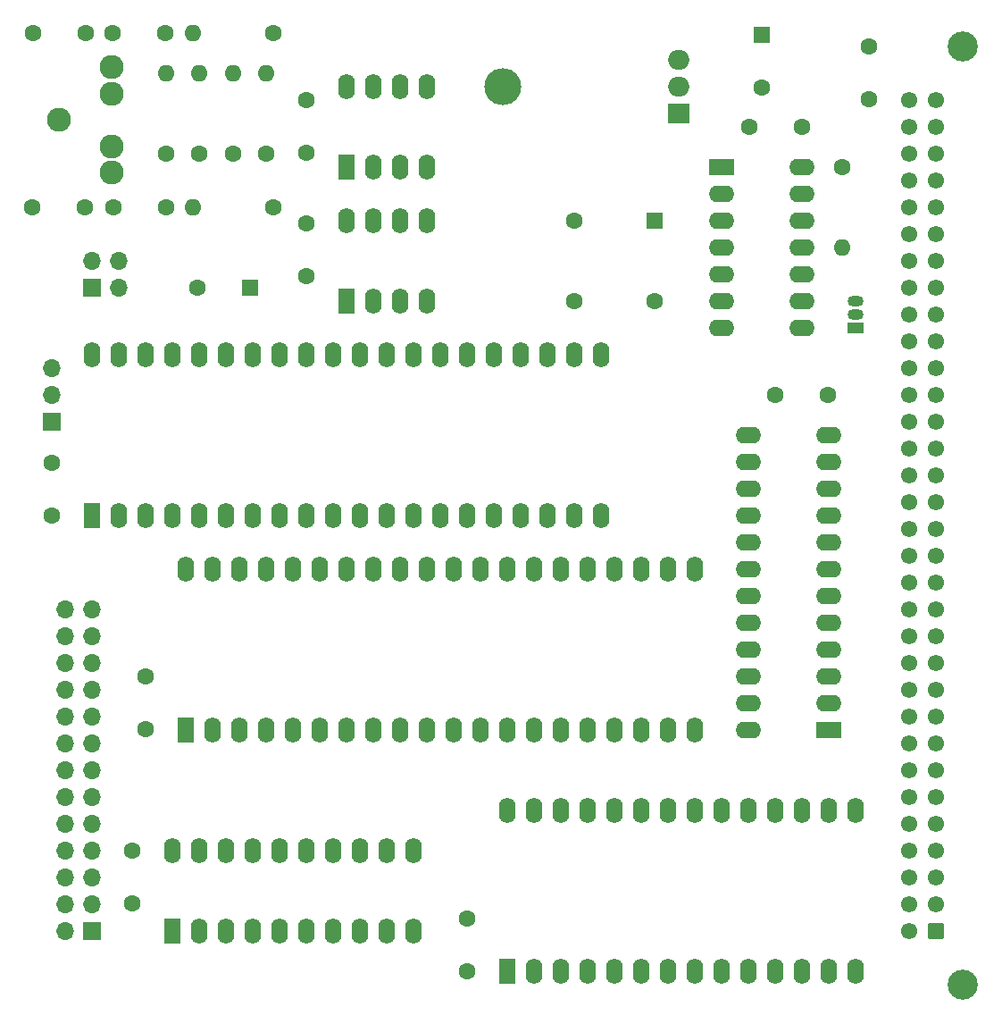
<source format=gbs>
%TF.GenerationSoftware,KiCad,Pcbnew,8.0.6+1*%
%TF.CreationDate,2024-11-11T20:47:58+01:00*%
%TF.ProjectId,QL_Qsound2,514c5f51-736f-4756-9e64-322e6b696361,2*%
%TF.SameCoordinates,Original*%
%TF.FileFunction,Soldermask,Bot*%
%TF.FilePolarity,Negative*%
%FSLAX46Y46*%
G04 Gerber Fmt 4.6, Leading zero omitted, Abs format (unit mm)*
G04 Created by KiCad (PCBNEW 8.0.6+1) date 2024-11-11 20:47:58*
%MOMM*%
%LPD*%
G01*
G04 APERTURE LIST*
G04 Aperture macros list*
%AMRoundRect*
0 Rectangle with rounded corners*
0 $1 Rounding radius*
0 $2 $3 $4 $5 $6 $7 $8 $9 X,Y pos of 4 corners*
0 Add a 4 corners polygon primitive as box body*
4,1,4,$2,$3,$4,$5,$6,$7,$8,$9,$2,$3,0*
0 Add four circle primitives for the rounded corners*
1,1,$1+$1,$2,$3*
1,1,$1+$1,$4,$5*
1,1,$1+$1,$6,$7*
1,1,$1+$1,$8,$9*
0 Add four rect primitives between the rounded corners*
20,1,$1+$1,$2,$3,$4,$5,0*
20,1,$1+$1,$4,$5,$6,$7,0*
20,1,$1+$1,$6,$7,$8,$9,0*
20,1,$1+$1,$8,$9,$2,$3,0*%
G04 Aperture macros list end*
%ADD10R,1.600000X2.400000*%
%ADD11O,1.600000X2.400000*%
%ADD12C,1.600000*%
%ADD13R,1.500000X1.050000*%
%ADD14O,1.500000X1.050000*%
%ADD15O,1.600000X1.600000*%
%ADD16R,1.700000X1.700000*%
%ADD17O,1.700000X1.700000*%
%ADD18C,2.286000*%
%ADD19R,1.600000X1.600000*%
%ADD20R,2.400000X1.600000*%
%ADD21O,2.400000X1.600000*%
%ADD22O,3.500000X3.500000*%
%ADD23R,2.000000X1.905000*%
%ADD24O,2.000000X1.905000*%
%ADD25C,2.850000*%
%ADD26RoundRect,0.249999X0.525001X-0.525001X0.525001X0.525001X-0.525001X0.525001X-0.525001X-0.525001X0*%
%ADD27C,1.550000*%
G04 APERTURE END LIST*
D10*
%TO.C,U9*%
X134620000Y-72390000D03*
D11*
X137160000Y-72390000D03*
X139700000Y-72390000D03*
X142240000Y-72390000D03*
X142240000Y-64770000D03*
X139700000Y-64770000D03*
X137160000Y-64770000D03*
X134620000Y-64770000D03*
%TD*%
D10*
%TO.C,U7*%
X110490000Y-92710000D03*
D11*
X113030000Y-92710000D03*
X115570000Y-92710000D03*
X118110000Y-92710000D03*
X120650000Y-92710000D03*
X123190000Y-92710000D03*
X125730000Y-92710000D03*
X128270000Y-92710000D03*
X130810000Y-92710000D03*
X133350000Y-92710000D03*
X135890000Y-92710000D03*
X138430000Y-92710000D03*
X140970000Y-92710000D03*
X143510000Y-92710000D03*
X146050000Y-92710000D03*
X148590000Y-92710000D03*
X151130000Y-92710000D03*
X153670000Y-92710000D03*
X156210000Y-92710000D03*
X158750000Y-92710000D03*
X158750000Y-77470000D03*
X156210000Y-77470000D03*
X153670000Y-77470000D03*
X151130000Y-77470000D03*
X148590000Y-77470000D03*
X146050000Y-77470000D03*
X143510000Y-77470000D03*
X140970000Y-77470000D03*
X138430000Y-77470000D03*
X135890000Y-77470000D03*
X133350000Y-77470000D03*
X130810000Y-77470000D03*
X128270000Y-77470000D03*
X125730000Y-77470000D03*
X123190000Y-77470000D03*
X120650000Y-77470000D03*
X118110000Y-77470000D03*
X115570000Y-77470000D03*
X113030000Y-77470000D03*
X110490000Y-77470000D03*
%TD*%
D12*
%TO.C,C1*%
X184150000Y-53300000D03*
X184150000Y-48300000D03*
%TD*%
%TO.C,C6*%
X180260000Y-81280000D03*
X175260000Y-81280000D03*
%TD*%
%TO.C,C7*%
X106680000Y-87710000D03*
X106680000Y-92710000D03*
%TD*%
D13*
%TO.C,Q1*%
X182880000Y-74930000D03*
D14*
X182880000Y-73660000D03*
X182880000Y-72390000D03*
%TD*%
D12*
%TO.C,R2*%
X127635000Y-46990000D03*
D15*
X120015000Y-46990000D03*
%TD*%
D12*
%TO.C,R6*%
X127000000Y-58420000D03*
D15*
X127000000Y-50800000D03*
%TD*%
D10*
%TO.C,U8*%
X118110000Y-132080000D03*
D11*
X120650000Y-132080000D03*
X123190000Y-132080000D03*
X125730000Y-132080000D03*
X128270000Y-132080000D03*
X130810000Y-132080000D03*
X133350000Y-132080000D03*
X135890000Y-132080000D03*
X138430000Y-132080000D03*
X140970000Y-132080000D03*
X140970000Y-124460000D03*
X138430000Y-124460000D03*
X135890000Y-124460000D03*
X133350000Y-124460000D03*
X130810000Y-124460000D03*
X128270000Y-124460000D03*
X125730000Y-124460000D03*
X123190000Y-124460000D03*
X120650000Y-124460000D03*
X118110000Y-124460000D03*
%TD*%
D16*
%TO.C,JP2*%
X110490000Y-71125000D03*
D17*
X110490000Y-68585000D03*
X113030000Y-71125000D03*
X113030000Y-68585000D03*
%TD*%
D10*
%TO.C,U5*%
X134620000Y-59690000D03*
D11*
X137160000Y-59690000D03*
X139700000Y-59690000D03*
X142240000Y-59690000D03*
X142240000Y-52070000D03*
X139700000Y-52070000D03*
X137160000Y-52070000D03*
X134620000Y-52070000D03*
%TD*%
D12*
%TO.C,C8*%
X114300000Y-124500000D03*
X114300000Y-129500000D03*
%TD*%
%TO.C,C14*%
X109815000Y-63500000D03*
X104815000Y-63500000D03*
%TD*%
%TO.C,C2*%
X146050000Y-135890000D03*
X146050000Y-130890000D03*
%TD*%
%TO.C,R5*%
X123825000Y-58420000D03*
D15*
X123825000Y-50800000D03*
%TD*%
D12*
%TO.C,C13*%
X117435000Y-46990000D03*
X112435000Y-46990000D03*
%TD*%
%TO.C,R1*%
X181610000Y-59690000D03*
D15*
X181610000Y-67310000D03*
%TD*%
D18*
%TO.C,J2*%
X107315000Y-55245000D03*
X112315000Y-50245000D03*
X112315000Y-52745000D03*
X112315000Y-60245000D03*
X112315000Y-57745000D03*
%TD*%
D12*
%TO.C,R4*%
X120650000Y-58420000D03*
D15*
X120650000Y-50800000D03*
%TD*%
D12*
%TO.C,C9*%
X130810000Y-53380000D03*
X130810000Y-58380000D03*
%TD*%
%TO.C,R3*%
X117475000Y-58420000D03*
D15*
X117475000Y-50800000D03*
%TD*%
D16*
%TO.C,J3*%
X110490000Y-132080000D03*
D17*
X107950000Y-132080000D03*
X110490000Y-129540000D03*
X107950000Y-129540000D03*
X110490000Y-127000000D03*
X107950000Y-127000000D03*
X110490000Y-124460000D03*
X107950000Y-124460000D03*
X110490000Y-121920000D03*
X107950000Y-121920000D03*
X110490000Y-119380000D03*
X107950000Y-119380000D03*
X110490000Y-116840000D03*
X107950000Y-116840000D03*
X110490000Y-114300000D03*
X107950000Y-114300000D03*
X110490000Y-111760000D03*
X107950000Y-111760000D03*
X110490000Y-109220000D03*
X107950000Y-109220000D03*
X110490000Y-106680000D03*
X107950000Y-106680000D03*
X110490000Y-104140000D03*
X107950000Y-104140000D03*
X110490000Y-101600000D03*
X107950000Y-101600000D03*
%TD*%
D12*
%TO.C,C4*%
X115570000Y-107950000D03*
X115570000Y-112950000D03*
%TD*%
D19*
%TO.C,X1*%
X163830000Y-64770000D03*
D12*
X156210000Y-64770000D03*
X156210000Y-72390000D03*
X163830000Y-72390000D03*
%TD*%
D19*
%TO.C,C11*%
X125476000Y-71120000D03*
D12*
X120476000Y-71120000D03*
%TD*%
D20*
%TO.C,U3*%
X170170000Y-59685000D03*
D21*
X170170000Y-62225000D03*
X170170000Y-64765000D03*
X170170000Y-67305000D03*
X170170000Y-69845000D03*
X170170000Y-72385000D03*
X170170000Y-74925000D03*
X177790000Y-74925000D03*
X177790000Y-72385000D03*
X177790000Y-69845000D03*
X177790000Y-67305000D03*
X177790000Y-64765000D03*
X177790000Y-62225000D03*
X177790000Y-59685000D03*
%TD*%
D12*
%TO.C,C15*%
X117475000Y-63500000D03*
X112475000Y-63500000D03*
%TD*%
D19*
%TO.C,C10*%
X173990000Y-47127349D03*
D12*
X173990000Y-52127349D03*
%TD*%
%TO.C,R7*%
X127635000Y-63500000D03*
D15*
X120015000Y-63500000D03*
%TD*%
D16*
%TO.C,JP1*%
X106680000Y-83805000D03*
D17*
X106680000Y-81265000D03*
X106680000Y-78725000D03*
%TD*%
D22*
%TO.C,U1*%
X149415000Y-52070000D03*
D23*
X166075000Y-54610000D03*
D24*
X166075000Y-52070000D03*
X166075000Y-49530000D03*
%TD*%
D12*
%TO.C,C12*%
X109855000Y-46990000D03*
X104855000Y-46990000D03*
%TD*%
%TO.C,C3*%
X177760000Y-55880000D03*
X172760000Y-55880000D03*
%TD*%
D20*
%TO.C,U6*%
X180340000Y-113030000D03*
D21*
X180340000Y-110490000D03*
X180340000Y-107950000D03*
X180340000Y-105410000D03*
X180340000Y-102870000D03*
X180340000Y-100330000D03*
X180340000Y-97790000D03*
X180340000Y-95250000D03*
X180340000Y-92710000D03*
X180340000Y-90170000D03*
X180340000Y-87630000D03*
X180340000Y-85090000D03*
X172720000Y-85090000D03*
X172720000Y-87630000D03*
X172720000Y-90170000D03*
X172720000Y-92710000D03*
X172720000Y-95250000D03*
X172720000Y-97790000D03*
X172720000Y-100330000D03*
X172720000Y-102870000D03*
X172720000Y-105410000D03*
X172720000Y-107950000D03*
X172720000Y-110490000D03*
X172720000Y-113030000D03*
%TD*%
D25*
%TO.C,J1*%
X193040000Y-48260000D03*
X193040000Y-137160000D03*
D26*
X190500000Y-132080000D03*
D27*
X190500000Y-129540000D03*
X190500000Y-127000000D03*
X190500000Y-124460000D03*
X190500000Y-121920000D03*
X190500000Y-119380000D03*
X190500000Y-116840000D03*
X190500000Y-114300000D03*
X190500000Y-111760000D03*
X190500000Y-109220000D03*
X190500000Y-106680000D03*
X190500000Y-104140000D03*
X190500000Y-101600000D03*
X190500000Y-99060000D03*
X190500000Y-96520000D03*
X190500000Y-93980000D03*
X190500000Y-91440000D03*
X190500000Y-88900000D03*
X190500000Y-86360000D03*
X190500000Y-83820000D03*
X190500000Y-81280000D03*
X190500000Y-78740000D03*
X190500000Y-76200000D03*
X190500000Y-73660000D03*
X190500000Y-71120000D03*
X190500000Y-68580000D03*
X190500000Y-66040000D03*
X190500000Y-63500000D03*
X190500000Y-60960000D03*
X190500000Y-58420000D03*
X190500000Y-55880000D03*
X190500000Y-53340000D03*
X187960000Y-132080000D03*
X187960000Y-129540000D03*
X187960000Y-127000000D03*
X187960000Y-124460000D03*
X187960000Y-121920000D03*
X187960000Y-119380000D03*
X187960000Y-116840000D03*
X187960000Y-114300000D03*
X187960000Y-111760000D03*
X187960000Y-109220000D03*
X187960000Y-106680000D03*
X187960000Y-104140000D03*
X187960000Y-101600000D03*
X187960000Y-99060000D03*
X187960000Y-96520000D03*
X187960000Y-93980000D03*
X187960000Y-91440000D03*
X187960000Y-88900000D03*
X187960000Y-86360000D03*
X187960000Y-83820000D03*
X187960000Y-81280000D03*
X187960000Y-78740000D03*
X187960000Y-76200000D03*
X187960000Y-73660000D03*
X187960000Y-71120000D03*
X187960000Y-68580000D03*
X187960000Y-66040000D03*
X187960000Y-63500000D03*
X187960000Y-60960000D03*
X187960000Y-58420000D03*
X187960000Y-55880000D03*
X187960000Y-53340000D03*
%TD*%
D10*
%TO.C,U2*%
X149860000Y-135890000D03*
D11*
X152400000Y-135890000D03*
X154940000Y-135890000D03*
X157480000Y-135890000D03*
X160020000Y-135890000D03*
X162560000Y-135890000D03*
X165100000Y-135890000D03*
X167640000Y-135890000D03*
X170180000Y-135890000D03*
X172720000Y-135890000D03*
X175260000Y-135890000D03*
X177800000Y-135890000D03*
X180340000Y-135890000D03*
X182880000Y-135890000D03*
X182880000Y-120650000D03*
X180340000Y-120650000D03*
X177800000Y-120650000D03*
X175260000Y-120650000D03*
X172720000Y-120650000D03*
X170180000Y-120650000D03*
X167640000Y-120650000D03*
X165100000Y-120650000D03*
X162560000Y-120650000D03*
X160020000Y-120650000D03*
X157480000Y-120650000D03*
X154940000Y-120650000D03*
X152400000Y-120650000D03*
X149860000Y-120650000D03*
%TD*%
D12*
%TO.C,C5*%
X130810000Y-70024000D03*
X130810000Y-65024000D03*
%TD*%
D10*
%TO.C,U4*%
X119385000Y-113010000D03*
D11*
X121925000Y-113010000D03*
X124465000Y-113010000D03*
X127005000Y-113010000D03*
X129545000Y-113010000D03*
X132085000Y-113010000D03*
X134625000Y-113010000D03*
X137165000Y-113010000D03*
X139705000Y-113010000D03*
X142245000Y-113010000D03*
X144785000Y-113010000D03*
X147325000Y-113010000D03*
X149865000Y-113010000D03*
X152405000Y-113010000D03*
X154945000Y-113010000D03*
X157485000Y-113010000D03*
X160025000Y-113010000D03*
X162565000Y-113010000D03*
X165105000Y-113010000D03*
X167645000Y-113010000D03*
X167645000Y-97770000D03*
X165105000Y-97770000D03*
X162565000Y-97770000D03*
X160025000Y-97770000D03*
X157485000Y-97770000D03*
X154945000Y-97770000D03*
X152405000Y-97770000D03*
X149865000Y-97770000D03*
X147325000Y-97770000D03*
X144785000Y-97770000D03*
X142245000Y-97770000D03*
X139705000Y-97770000D03*
X137165000Y-97770000D03*
X134625000Y-97770000D03*
X132085000Y-97770000D03*
X129545000Y-97770000D03*
X127005000Y-97770000D03*
X124465000Y-97770000D03*
X121925000Y-97770000D03*
X119385000Y-97770000D03*
%TD*%
M02*

</source>
